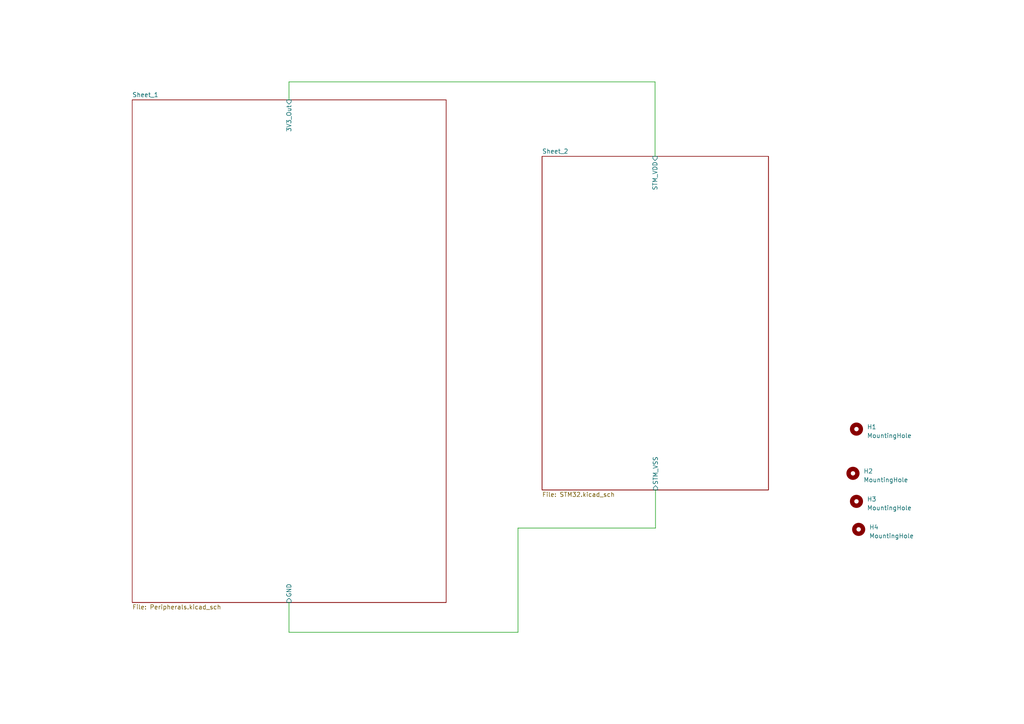
<source format=kicad_sch>
(kicad_sch
	(version 20231120)
	(generator "eeschema")
	(generator_version "8.0")
	(uuid "6cbfa607-68ca-4977-992e-9d1f51783646")
	(paper "A4")
	(lib_symbols
		(symbol "Mechanical:MountingHole"
			(pin_names
				(offset 1.016)
			)
			(exclude_from_sim no)
			(in_bom yes)
			(on_board yes)
			(property "Reference" "H"
				(at 0 5.08 0)
				(effects
					(font
						(size 1.27 1.27)
					)
				)
			)
			(property "Value" "MountingHole"
				(at 0 3.175 0)
				(effects
					(font
						(size 1.27 1.27)
					)
				)
			)
			(property "Footprint" ""
				(at 0 0 0)
				(effects
					(font
						(size 1.27 1.27)
					)
					(hide yes)
				)
			)
			(property "Datasheet" "~"
				(at 0 0 0)
				(effects
					(font
						(size 1.27 1.27)
					)
					(hide yes)
				)
			)
			(property "Description" "Mounting Hole without connection"
				(at 0 0 0)
				(effects
					(font
						(size 1.27 1.27)
					)
					(hide yes)
				)
			)
			(property "ki_keywords" "mounting hole"
				(at 0 0 0)
				(effects
					(font
						(size 1.27 1.27)
					)
					(hide yes)
				)
			)
			(property "ki_fp_filters" "MountingHole*"
				(at 0 0 0)
				(effects
					(font
						(size 1.27 1.27)
					)
					(hide yes)
				)
			)
			(symbol "MountingHole_0_1"
				(circle
					(center 0 0)
					(radius 1.27)
					(stroke
						(width 1.27)
						(type default)
					)
					(fill
						(type none)
					)
				)
			)
		)
	)
	(wire
		(pts
			(xy 83.82 28.956) (xy 83.82 23.749)
		)
		(stroke
			(width 0)
			(type default)
		)
		(uuid "1a9c3686-6b97-43c7-b464-7d32e37f4cf3")
	)
	(wire
		(pts
			(xy 83.82 174.752) (xy 83.82 183.388)
		)
		(stroke
			(width 0)
			(type default)
		)
		(uuid "71d21bd5-adf0-4496-8c16-4865851b06e3")
	)
	(wire
		(pts
			(xy 150.241 183.388) (xy 150.241 153.162)
		)
		(stroke
			(width 0)
			(type default)
		)
		(uuid "7a11a042-789f-4604-8aec-80062c25826b")
	)
	(wire
		(pts
			(xy 83.82 23.749) (xy 189.992 23.749)
		)
		(stroke
			(width 0)
			(type default)
		)
		(uuid "b630aae0-f4a8-4b25-b345-03ad84521c58")
	)
	(wire
		(pts
			(xy 189.992 23.749) (xy 189.992 45.339)
		)
		(stroke
			(width 0)
			(type default)
		)
		(uuid "b854311a-d4f2-406b-95c2-9fdbbb64ade5")
	)
	(wire
		(pts
			(xy 150.241 153.162) (xy 190.119 153.162)
		)
		(stroke
			(width 0)
			(type default)
		)
		(uuid "c65e403e-a751-4c5e-9e5a-16137ac78b3e")
	)
	(wire
		(pts
			(xy 83.82 183.388) (xy 150.241 183.388)
		)
		(stroke
			(width 0)
			(type default)
		)
		(uuid "caaa6806-7dd9-4b66-9206-35388f610e30")
	)
	(wire
		(pts
			(xy 190.119 153.162) (xy 190.119 142.113)
		)
		(stroke
			(width 0)
			(type default)
		)
		(uuid "d1c84b73-f28d-40eb-9edd-fa4605e74846")
	)
	(symbol
		(lib_id "Mechanical:MountingHole")
		(at 248.412 124.46 0)
		(unit 1)
		(exclude_from_sim no)
		(in_bom yes)
		(on_board yes)
		(dnp no)
		(fields_autoplaced yes)
		(uuid "3b0d6c60-93b9-48b2-add8-dcaf20b7ab0e")
		(property "Reference" "H1"
			(at 251.46 123.825 0)
			(effects
				(font
					(size 1.27 1.27)
				)
				(justify left)
			)
		)
		(property "Value" "MountingHole"
			(at 251.46 126.365 0)
			(effects
				(font
					(size 1.27 1.27)
				)
				(justify left)
			)
		)
		(property "Footprint" "MountingHole:MountingHole_3.2mm_M3_DIN965_Pad"
			(at 248.412 124.46 0)
			(effects
				(font
					(size 1.27 1.27)
				)
				(hide yes)
			)
		)
		(property "Datasheet" "~"
			(at 248.412 124.46 0)
			(effects
				(font
					(size 1.27 1.27)
				)
				(hide yes)
			)
		)
		(property "Description" ""
			(at 248.412 124.46 0)
			(effects
				(font
					(size 1.27 1.27)
				)
				(hide yes)
			)
		)
		(instances
			(project "Drone_Controller_2.0"
				(path "/6cbfa607-68ca-4977-992e-9d1f51783646"
					(reference "H1")
					(unit 1)
				)
			)
		)
	)
	(symbol
		(lib_id "Mechanical:MountingHole")
		(at 248.412 145.415 0)
		(unit 1)
		(exclude_from_sim no)
		(in_bom yes)
		(on_board yes)
		(dnp no)
		(fields_autoplaced yes)
		(uuid "4938c0b1-b523-4740-8b1a-e35c5e576d97")
		(property "Reference" "H3"
			(at 251.46 144.78 0)
			(effects
				(font
					(size 1.27 1.27)
				)
				(justify left)
			)
		)
		(property "Value" "MountingHole"
			(at 251.46 147.32 0)
			(effects
				(font
					(size 1.27 1.27)
				)
				(justify left)
			)
		)
		(property "Footprint" "MountingHole:MountingHole_3.2mm_M3_DIN965_Pad"
			(at 248.412 145.415 0)
			(effects
				(font
					(size 1.27 1.27)
				)
				(hide yes)
			)
		)
		(property "Datasheet" "~"
			(at 248.412 145.415 0)
			(effects
				(font
					(size 1.27 1.27)
				)
				(hide yes)
			)
		)
		(property "Description" ""
			(at 248.412 145.415 0)
			(effects
				(font
					(size 1.27 1.27)
				)
				(hide yes)
			)
		)
		(instances
			(project "Drone_Controller_2.0"
				(path "/6cbfa607-68ca-4977-992e-9d1f51783646"
					(reference "H3")
					(unit 1)
				)
			)
		)
	)
	(symbol
		(lib_id "Mechanical:MountingHole")
		(at 249.047 153.543 0)
		(unit 1)
		(exclude_from_sim no)
		(in_bom yes)
		(on_board yes)
		(dnp no)
		(fields_autoplaced yes)
		(uuid "7dc65bad-b7ed-435e-937e-03f7bb37b272")
		(property "Reference" "H4"
			(at 252.095 152.908 0)
			(effects
				(font
					(size 1.27 1.27)
				)
				(justify left)
			)
		)
		(property "Value" "MountingHole"
			(at 252.095 155.448 0)
			(effects
				(font
					(size 1.27 1.27)
				)
				(justify left)
			)
		)
		(property "Footprint" "MountingHole:MountingHole_3.2mm_M3_DIN965_Pad"
			(at 249.047 153.543 0)
			(effects
				(font
					(size 1.27 1.27)
				)
				(hide yes)
			)
		)
		(property "Datasheet" "~"
			(at 249.047 153.543 0)
			(effects
				(font
					(size 1.27 1.27)
				)
				(hide yes)
			)
		)
		(property "Description" ""
			(at 249.047 153.543 0)
			(effects
				(font
					(size 1.27 1.27)
				)
				(hide yes)
			)
		)
		(instances
			(project "Drone_Controller_2.0"
				(path "/6cbfa607-68ca-4977-992e-9d1f51783646"
					(reference "H4")
					(unit 1)
				)
			)
		)
	)
	(symbol
		(lib_id "Mechanical:MountingHole")
		(at 247.396 137.287 0)
		(unit 1)
		(exclude_from_sim no)
		(in_bom yes)
		(on_board yes)
		(dnp no)
		(fields_autoplaced yes)
		(uuid "c17c4225-31b1-454e-833f-b6febdcb618c")
		(property "Reference" "H2"
			(at 250.444 136.652 0)
			(effects
				(font
					(size 1.27 1.27)
				)
				(justify left)
			)
		)
		(property "Value" "MountingHole"
			(at 250.444 139.192 0)
			(effects
				(font
					(size 1.27 1.27)
				)
				(justify left)
			)
		)
		(property "Footprint" "MountingHole:MountingHole_3.2mm_M3_DIN965_Pad"
			(at 247.396 137.287 0)
			(effects
				(font
					(size 1.27 1.27)
				)
				(hide yes)
			)
		)
		(property "Datasheet" "~"
			(at 247.396 137.287 0)
			(effects
				(font
					(size 1.27 1.27)
				)
				(hide yes)
			)
		)
		(property "Description" ""
			(at 247.396 137.287 0)
			(effects
				(font
					(size 1.27 1.27)
				)
				(hide yes)
			)
		)
		(instances
			(project "Drone_Controller_2.0"
				(path "/6cbfa607-68ca-4977-992e-9d1f51783646"
					(reference "H2")
					(unit 1)
				)
			)
		)
	)
	(sheet
		(at 38.354 28.956)
		(size 91.059 145.796)
		(fields_autoplaced yes)
		(stroke
			(width 0.1524)
			(type solid)
		)
		(fill
			(color 0 0 0 0.0000)
		)
		(uuid "57d9c0b3-8fc1-439b-a4af-9957abb62e96")
		(property "Sheetname" "Sheet_1"
			(at 38.354 28.2444 0)
			(effects
				(font
					(size 1.27 1.27)
				)
				(justify left bottom)
			)
		)
		(property "Sheetfile" "Peripherals.kicad_sch"
			(at 38.354 175.3366 0)
			(effects
				(font
					(size 1.27 1.27)
				)
				(justify left top)
			)
		)
		(pin "GND" input
			(at 83.82 174.752 270)
			(effects
				(font
					(size 1.27 1.27)
				)
				(justify left)
			)
			(uuid "d8d36d81-c77f-4da1-8fe1-51d56250747d")
		)
		(pin "3V3_Out" input
			(at 83.82 28.956 90)
			(effects
				(font
					(size 1.27 1.27)
				)
				(justify right)
			)
			(uuid "244f9942-3f30-4513-873b-292cfe8b945e")
		)
		(instances
			(project "Drone_Controller_2.0"
				(path "/6cbfa607-68ca-4977-992e-9d1f51783646"
					(page "2")
				)
			)
		)
	)
	(sheet
		(at 157.226 45.339)
		(size 65.659 96.774)
		(fields_autoplaced yes)
		(stroke
			(width 0.1524)
			(type solid)
		)
		(fill
			(color 0 0 0 0.0000)
		)
		(uuid "bb974826-4526-4074-a562-356357e175a7")
		(property "Sheetname" "Sheet_2"
			(at 157.226 44.6274 0)
			(effects
				(font
					(size 1.27 1.27)
				)
				(justify left bottom)
			)
		)
		(property "Sheetfile" "STM32.kicad_sch"
			(at 157.226 142.6976 0)
			(effects
				(font
					(size 1.27 1.27)
				)
				(justify left top)
			)
		)
		(pin "STM_VDD" input
			(at 189.992 45.339 90)
			(effects
				(font
					(size 1.27 1.27)
				)
				(justify right)
			)
			(uuid "a4f4b831-2007-49f8-b9fe-1869cac948d2")
		)
		(pin "STM_VSS" input
			(at 190.119 142.113 270)
			(effects
				(font
					(size 1.27 1.27)
				)
				(justify left)
			)
			(uuid "2c233330-5eeb-405f-aa96-0c1e4e7d0bde")
		)
		(instances
			(project "Drone_Controller_2.0"
				(path "/6cbfa607-68ca-4977-992e-9d1f51783646"
					(page "3")
				)
			)
		)
	)
	(sheet_instances
		(path "/"
			(page "1")
		)
	)
)
</source>
